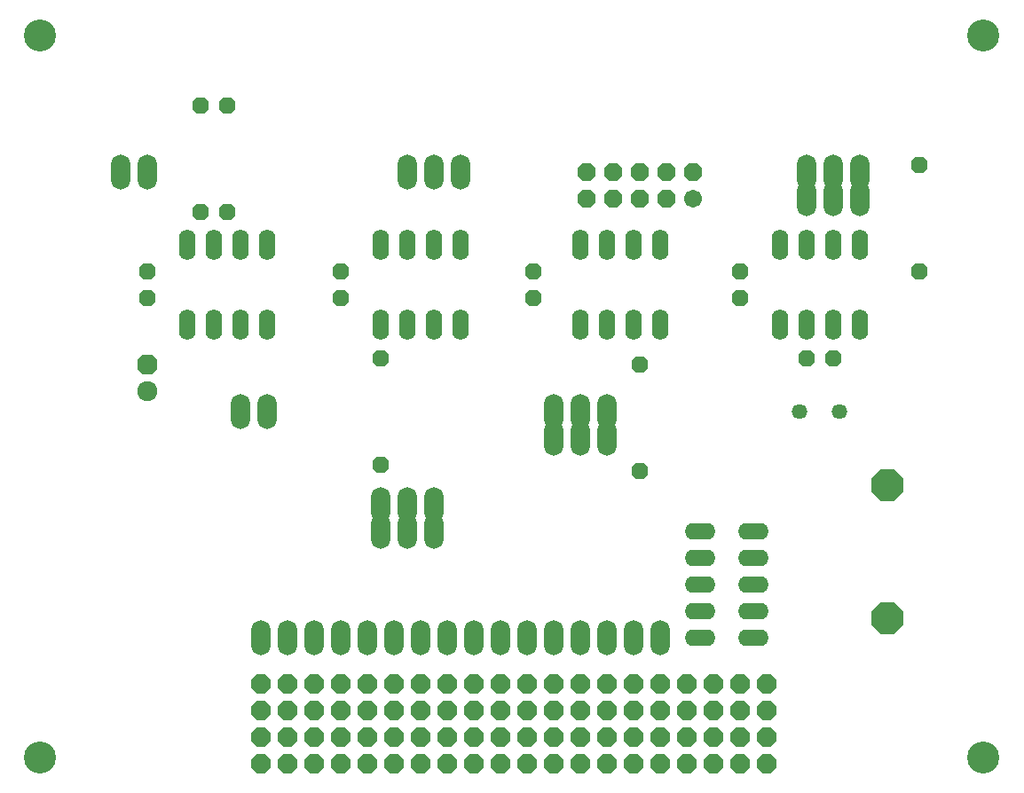
<source format=gbr>
G75*
G70*
%OFA0B0*%
%FSLAX24Y24*%
%IPPOS*%
%LPD*%
%AMOC8*
5,1,8,0,0,1.08239X$1,22.5*
%
%ADD10C,0.1200*%
%ADD11OC8,0.0720*%
%ADD12O,0.0720X0.1320*%
%ADD13OC8,0.0624*%
%ADD14OC8,0.1200*%
%ADD15C,0.0672*%
%ADD16OC8,0.0672*%
%ADD17O,0.0624X0.1144*%
%ADD18O,0.1144X0.0624*%
%ADD19OC8,0.0756*%
%ADD20C,0.0756*%
%ADD21C,0.0576*%
D10*
X002120Y004307D03*
X002120Y031472D03*
X037553Y031472D03*
X037553Y004307D03*
D11*
X029401Y004088D03*
X028401Y004088D03*
X027401Y004088D03*
X026401Y004088D03*
X025401Y004088D03*
X024401Y004088D03*
X023401Y004088D03*
X022401Y004088D03*
X021401Y004088D03*
X020401Y004088D03*
X019401Y004088D03*
X018401Y004088D03*
X017401Y004088D03*
X016401Y004088D03*
X015401Y004088D03*
X014401Y004088D03*
X013401Y004088D03*
X012401Y004088D03*
X011401Y004088D03*
X010401Y004088D03*
X010401Y005088D03*
X011401Y005088D03*
X012401Y005088D03*
X013401Y005088D03*
X014401Y005088D03*
X015401Y005088D03*
X016401Y005088D03*
X017401Y005088D03*
X018401Y005088D03*
X019401Y005088D03*
X020401Y005088D03*
X021401Y005088D03*
X022401Y005088D03*
X023401Y005088D03*
X024401Y005088D03*
X025401Y005088D03*
X026401Y005088D03*
X027401Y005088D03*
X028401Y005088D03*
X029401Y005088D03*
X029401Y006088D03*
X028401Y006088D03*
X027401Y006088D03*
X026401Y006088D03*
X025401Y006088D03*
X024401Y006088D03*
X023401Y006088D03*
X022401Y006088D03*
X021401Y006088D03*
X020401Y006088D03*
X019401Y006088D03*
X018401Y006088D03*
X017401Y006088D03*
X016401Y006088D03*
X015401Y006088D03*
X014401Y006088D03*
X013401Y006088D03*
X012401Y006088D03*
X011401Y006088D03*
X010401Y006088D03*
X010401Y007088D03*
X011401Y007088D03*
X012401Y007088D03*
X013401Y007088D03*
X014401Y007088D03*
X015401Y007088D03*
X016401Y007088D03*
X017401Y007088D03*
X018401Y007088D03*
X019401Y007088D03*
X020401Y007088D03*
X021401Y007088D03*
X022401Y007088D03*
X023401Y007088D03*
X024401Y007088D03*
X025401Y007088D03*
X026401Y007088D03*
X027401Y007088D03*
X028401Y007088D03*
X029401Y007088D03*
D12*
X025401Y008838D03*
X024401Y008838D03*
X023401Y008838D03*
X022401Y008838D03*
X021401Y008838D03*
X020401Y008838D03*
X019401Y008838D03*
X018401Y008838D03*
X017401Y008838D03*
X016401Y008838D03*
X015401Y008838D03*
X014401Y008838D03*
X013401Y008838D03*
X012401Y008838D03*
X011401Y008838D03*
X010401Y008838D03*
X014901Y012838D03*
X015901Y012838D03*
X016901Y012838D03*
X016901Y013838D03*
X015901Y013838D03*
X014901Y013838D03*
X010651Y017338D03*
X009651Y017338D03*
X006151Y026338D03*
X005151Y026338D03*
X015901Y026338D03*
X016901Y026338D03*
X017901Y026338D03*
X021401Y017338D03*
X021401Y016338D03*
X022401Y016338D03*
X023401Y016338D03*
X023401Y017338D03*
X022401Y017338D03*
X030901Y025338D03*
X031901Y025338D03*
X032901Y025338D03*
X032901Y026338D03*
X031901Y026338D03*
X030901Y026338D03*
D13*
X035151Y026588D03*
X035151Y022588D03*
X031901Y019338D03*
X030901Y019338D03*
X028401Y021588D03*
X028401Y022588D03*
X024651Y019088D03*
X020651Y021588D03*
X020651Y022588D03*
X014901Y019338D03*
X013401Y021588D03*
X013401Y022588D03*
X009151Y024838D03*
X008151Y024838D03*
X006151Y022588D03*
X006151Y021588D03*
X008151Y028838D03*
X009151Y028838D03*
X014901Y015338D03*
X024651Y015088D03*
D14*
X033933Y014553D03*
X033933Y009553D03*
D15*
X026651Y025338D03*
D16*
X025651Y025338D03*
X024651Y025338D03*
X023651Y025338D03*
X022651Y025338D03*
X022651Y026338D03*
X023651Y026338D03*
X024651Y026338D03*
X025651Y026338D03*
X026651Y026338D03*
D17*
X025401Y023588D03*
X024401Y023588D03*
X023401Y023588D03*
X022401Y023588D03*
X022401Y020588D03*
X023401Y020588D03*
X024401Y020588D03*
X025401Y020588D03*
X029901Y020588D03*
X030901Y020588D03*
X031901Y020588D03*
X032901Y020588D03*
X032901Y023588D03*
X031901Y023588D03*
X030901Y023588D03*
X029901Y023588D03*
X017901Y023588D03*
X016901Y023588D03*
X015901Y023588D03*
X014901Y023588D03*
X014901Y020588D03*
X015901Y020588D03*
X016901Y020588D03*
X017901Y020588D03*
X010651Y020588D03*
X009651Y020588D03*
X008651Y020588D03*
X007651Y020588D03*
X007651Y023588D03*
X008651Y023588D03*
X009651Y023588D03*
X010651Y023588D03*
D18*
X026901Y012838D03*
X026901Y011838D03*
X026901Y010838D03*
X026901Y009838D03*
X026901Y008838D03*
X028901Y008838D03*
X028901Y009838D03*
X028901Y010838D03*
X028901Y011838D03*
X028901Y012838D03*
D19*
X006151Y019088D03*
D20*
X006151Y018088D03*
D21*
X030651Y017338D03*
X032151Y017338D03*
M02*

</source>
